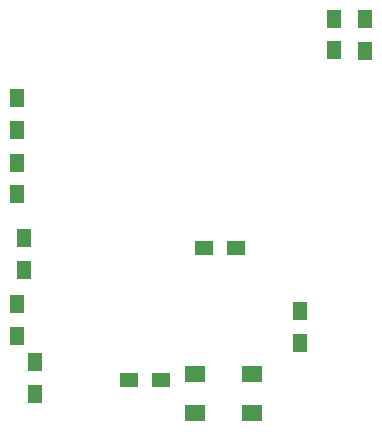
<source format=gbr>
G04 #@! TF.GenerationSoftware,KiCad,Pcbnew,5.0.0-fee4fd1~66~ubuntu16.04.1*
G04 #@! TF.CreationDate,2018-08-17T12:37:57+02:00*
G04 #@! TF.ProjectId,Garden_Guardian,47617264656E5F477561726469616E2E,rev?*
G04 #@! TF.SameCoordinates,Original*
G04 #@! TF.FileFunction,Paste,Top*
G04 #@! TF.FilePolarity,Positive*
%FSLAX46Y46*%
G04 Gerber Fmt 4.6, Leading zero omitted, Abs format (unit mm)*
G04 Created by KiCad (PCBNEW 5.0.0-fee4fd1~66~ubuntu16.04.1) date Fri Aug 17 12:37:57 2018*
%MOMM*%
%LPD*%
G01*
G04 APERTURE LIST*
%ADD10R,1.800000X1.400000*%
%ADD11R,1.300000X1.500000*%
%ADD12R,1.500000X1.300000*%
G04 APERTURE END LIST*
D10*
G04 #@! TO.C,U105*
X165920000Y-108760000D03*
X165920000Y-105460000D03*
X161120000Y-105460000D03*
X161120000Y-108760000D03*
G04 #@! TD*
D11*
G04 #@! TO.C,D101*
X146050000Y-99510000D03*
X146050000Y-102210000D03*
G04 #@! TD*
G04 #@! TO.C,D102*
X146010000Y-87520000D03*
X146010000Y-90220000D03*
G04 #@! TD*
G04 #@! TO.C,R101*
X172880000Y-75330000D03*
X172880000Y-78030000D03*
G04 #@! TD*
G04 #@! TO.C,R103*
X147490000Y-107110000D03*
X147490000Y-104410000D03*
G04 #@! TD*
G04 #@! TO.C,R104*
X175510000Y-78070000D03*
X175510000Y-75370000D03*
G04 #@! TD*
G04 #@! TO.C,R105*
X146570000Y-96620000D03*
X146570000Y-93920000D03*
G04 #@! TD*
G04 #@! TO.C,R106*
X145990000Y-82050000D03*
X145990000Y-84750000D03*
G04 #@! TD*
G04 #@! TO.C,R107*
X169970000Y-100070000D03*
X169970000Y-102770000D03*
G04 #@! TD*
D12*
G04 #@! TO.C,R108*
X158190000Y-105910000D03*
X155490000Y-105910000D03*
G04 #@! TD*
G04 #@! TO.C,R110*
X161870000Y-94770000D03*
X164570000Y-94770000D03*
G04 #@! TD*
M02*

</source>
